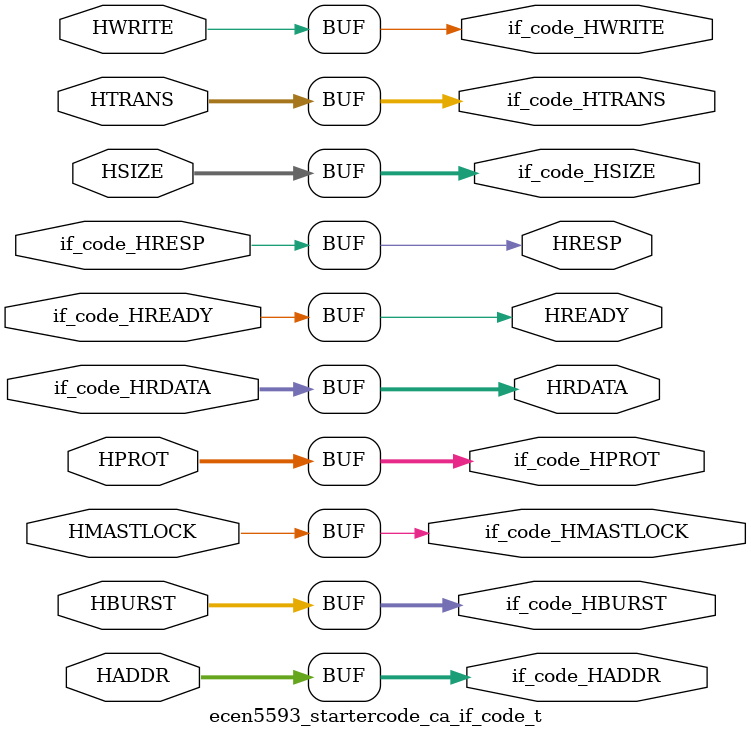
<source format=v>
/**
 *  Codasip s.r.o.
 * 
 *  CONFIDENTIAL
 * 
 *  Copyright 2024 Codasip s.r.o.
 * 
 *  All Rights Reserved.
 *  This file is part of the Codasip Studio product. No part of the Studio product, including this
 *  file, may be use, copied, modified, or distributed except in accordance with the terms contained
 *  in Codasip license agreement under which you obtained this file.
 * 
 *  \file
 *  \date    2024-04-28
 *  \author  Codasip (c) HW generator
 *  \version 9.4.2
 *  \brief   Contains module definition of the 'ecen5593_startercode_ca_if_code_t' CodAL interface.
 */

module ecen5593_startercode_ca_if_code_t(
    input  wire if_code_HREADY,
    input  wire if_code_HRESP,
    input  wire [31:0] if_code_HRDATA,
    input  wire [31:0] HADDR,
    input  wire [2:0] HBURST,
    input  wire HMASTLOCK,
    input  wire [3:0] HPROT,
    input  wire [2:0] HSIZE,
    input  wire [1:0] HTRANS,
    input  wire HWRITE,
    output wire [31:0] if_code_HADDR,
    output wire [2:0] if_code_HBURST,
    output wire if_code_HMASTLOCK,
    output wire [3:0] if_code_HPROT,
    output wire [2:0] if_code_HSIZE,
    output wire [1:0] if_code_HTRANS,
    output wire if_code_HWRITE,
    output wire HREADY,
    output wire HRESP,
    output wire [31:0] HRDATA
);
    // data-path code:
    assign if_code_HADDR = HADDR;
    assign if_code_HBURST = HBURST;
    assign if_code_HMASTLOCK = HMASTLOCK;
    assign if_code_HPROT = HPROT;
    assign if_code_HSIZE = HSIZE;
    assign if_code_HTRANS = HTRANS;
    assign if_code_HWRITE = HWRITE;
    assign HRESP = if_code_HRESP;
    assign HREADY = if_code_HREADY;
    assign HRDATA = if_code_HRDATA;
endmodule // ecen5593_startercode_ca_if_code_t

</source>
